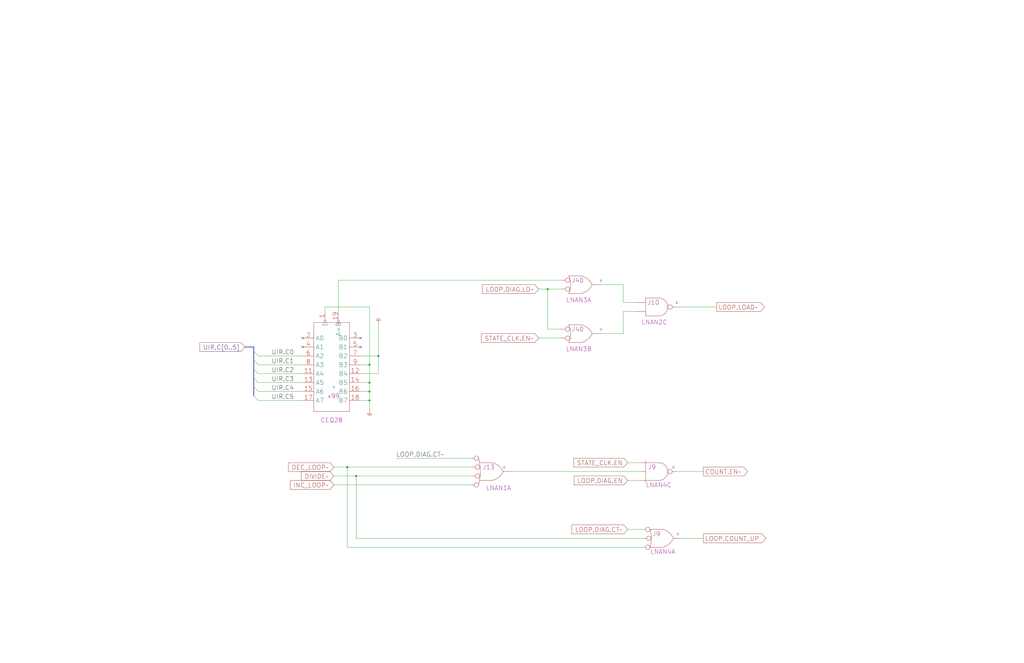
<source format=kicad_sch>
(kicad_sch (version 20220404) (generator eeschema)
  (paper "User" 584.2 378.46)
  (title_block (title "ZERO DETECT & LOOP COUNTER\\nCONTROL") (date "22-MAR-90") (rev "1.0") (comment 1 "VALUE") (comment 2 "232-003063") (comment 3 "S400") (comment 4 "RELEASED"))
  (lib_symbols
    (symbol "r1000:F00" (pin_numbers hide) (pin_names hide)
      (property "Reference" "U" (at 15.24 0 0))
      (property "Value" "F00" (at 1.905 -5.08 0))
      (property "Location" "___" (at 1.905 0 0))
      (property "Name" "______" (at 2.54 -12.7 0))
      (symbol "F00_0_1"
        (polyline (pts (xy -2.54 -7.62) (xy 5.08 -7.62)) (stroke (width 0.1524)))
        (polyline (pts (xy -2.54 2.54) (xy -2.54 -7.62)) (stroke (width 0.1524)))
        (polyline (pts (xy -2.54 2.54) (xy 5.08 2.54)) (stroke (width 0.1524)))
        (arc (start 5.08 -7.62) (mid 10.1282 -2.54) (end 5.08 2.54) (stroke (width 0.1524)))
        (circle (center 11.43 -2.54) (radius 1.27) (stroke (width 0.1524)))
      )
      (symbol "F00_0_2"
        (circle (center -3.81 -5.08) (radius 1.27) (stroke (width 0.1524)))
        (circle (center -3.81 0) (radius 1.27) (stroke (width 0.1524)))
        (arc (start -3.175 -7.62) (mid -2.134 -2.54) (end -3.175 2.54) (stroke (width 0.1524)))
        (polyline (pts (xy -3.175 -7.62) (xy 3.81 -7.62)) (stroke (width 0.1524)))
        (polyline (pts (xy -3.175 2.54) (xy 3.81 2.54)) (stroke (width 0.1524)))
        (arc (start 3.81 -7.62) (mid 7.5855 -5.8306) (end 10.16 -2.54) (stroke (width 0.1524)))
        (arc (start 10.16 -2.54) (mid 7.5827 0.7471) (end 3.81 2.54) (stroke (width 0.1524)))
      )
      (symbol "F00_1_1"
        (pin input line (at -7.62 0 0) (length 5.08) (name "D0") (number "1"))
        (pin input line (at -7.62 -5.08 0) (length 5.08) (name "D1") (number "2"))
        (pin output line (at 15.24 -2.54 180) (length 2.54) (name "Q") (number "3"))
      )
      (symbol "F00_1_2"
        (pin input line (at -7.62 0 0) (length 2.54) (name "D0") (number "1"))
        (pin input line (at -7.62 -5.08 0) (length 2.54) (name "D1") (number "2"))
        (pin output line (at 15.24 -2.54 180) (length 5.08) (name "Q") (number "3"))
      )
    )
    (symbol "r1000:F10" (pin_numbers hide) (pin_names hide)
      (property "Reference" "U" (at 13.335 0 0))
      (property "Value" "F10" (at 5.715 -5.08 0))
      (property "Location" "___" (at -1.27 0 0))
      (property "Name" "______" (at -2.54 -10.16 0))
      (symbol "F10_0_1"
        (polyline (pts (xy -2.54 -7.62) (xy 5.08 -7.62)) (stroke (width 0.1524)))
        (polyline (pts (xy -2.54 2.54) (xy 5.08 2.54)) (stroke (width 0.1524)))
        (polyline (pts (xy -2.54 3.81) (xy -2.54 -8.89)) (stroke (width 0.1524)))
        (arc (start 5.08 -7.62) (mid 10.1282 -2.54) (end 5.08 2.54) (stroke (width 0.1524)))
        (circle (center 11.43 -2.54) (radius 1.27) (stroke (width 0.1524)))
      )
      (symbol "F10_0_2"
        (circle (center -3.81 -7.62) (radius 1.27) (stroke (width 0.1524)))
        (circle (center -3.81 2.54) (radius 1.27) (stroke (width 0.1524)))
        (circle (center -3.175 -2.54) (radius 1.27) (stroke (width 0.1524)))
        (arc (start -2.54 -7.62) (mid -1.8195 -2.54) (end -2.54 2.54) (stroke (width 0.1524)))
        (polyline (pts (xy -4.445 -2.54) (xy -5.08 -2.54)) (stroke (width 0.1524)))
        (polyline (pts (xy -2.54 -7.62) (xy 5.08 -7.62)) (stroke (width 0.1524)))
        (polyline (pts (xy -2.54 2.54) (xy 5.08 2.54)) (stroke (width 0.1524)))
        (polyline (pts (xy 10.795 -2.54) (xy 12.7 -2.54)) (stroke (width 0.1524)))
        (arc (start 5.08 -7.62) (mid 8.4845 -5.6954) (end 10.795 -2.54) (stroke (width 0.1524)))
        (arc (start 10.795 -2.54) (mid 8.4807 0.6111) (end 5.08 2.54) (stroke (width 0.1524)))
      )
      (symbol "F10_1_1"
        (pin input line (at -5.08 2.54 0) (length 2.54) (name "D0") (number "1"))
        (pin input line (at -5.08 -2.54 0) (length 2.54) (name "D1") (number "2"))
        (pin input line (at -5.08 -7.62 0) (length 2.54) (name "D2") (number "3"))
        (pin output line (at 15.24 -2.54 180) (length 2.54) (name "Q") (number "4"))
      )
      (symbol "F10_1_2"
        (pin input line (at -5.08 2.54 0) (length 0) (name "D0") (number "1"))
        (pin input line (at -5.08 -2.54 0) (length 0) (name "D1") (number "2"))
        (pin input line (at -5.08 -7.62 0) (length 0) (name "D2") (number "3"))
        (pin output line (at 15.24 -2.54 180) (length 2.54) (name "Q") (number "4"))
      )
    )
    (symbol "r1000:F20" (pin_numbers hide) (pin_names hide)
      (property "Reference" "U" (at 8.255 2.54 0))
      (property "Value" "F20" (at -0.635 -2.54 0))
      (property "Location" "___" (at -0.635 2.54 0))
      (property "Name" "______" (at 5.08 -10.795 0))
      (symbol "F20_0_1"
        (polyline (pts (xy -5.08 -5.08) (xy -5.08 -7.62)) (stroke (width 0.1524)))
        (polyline (pts (xy -5.08 5.08) (xy -5.08 -5.08)) (stroke (width 0.1524)))
        (polyline (pts (xy -5.08 7.62) (xy -5.08 5.08)) (stroke (width 0.1524)))
        (polyline (pts (xy 2.54 -5.08) (xy -5.08 -5.08)) (stroke (width 0.1524)))
        (polyline (pts (xy 2.54 5.08) (xy -5.08 5.08)) (stroke (width 0.1524)))
        (arc (start 2.54 -5.08) (mid 7.5882 0) (end 2.54 5.08) (stroke (width 0.1524)))
        (circle (center 8.89 0) (radius 1.27) (stroke (width 0.1524)))
      )
      (symbol "F20_0_2"
        (circle (center -7.62 -7.62) (radius 1.27) (stroke (width 0.1524)))
        (circle (center -7.62 7.62) (radius 1.27) (stroke (width 0.1524)))
        (circle (center -6.985 -2.54) (radius 1.27) (stroke (width 0.1524)))
        (circle (center -6.985 2.54) (radius 1.27) (stroke (width 0.1524)))
        (arc (start -6.35 -7.62) (mid -5.3975 0) (end -6.35 7.62) (stroke (width 0.1524)))
        (polyline (pts (xy -5.715 -5.08) (xy 1.27 -5.08)) (stroke (width 0.1524)))
        (polyline (pts (xy -5.715 5.08) (xy 1.27 5.08)) (stroke (width 0.1524)))
        (arc (start 1.27 -5.08) (mid 5.0518 -3.2985) (end 7.62 0) (stroke (width 0.1524)))
        (arc (start 7.62 0) (mid 5.0518 3.2985) (end 1.27 5.08) (stroke (width 0.1524)))
      )
      (symbol "F20_1_1"
        (pin input line (at -10.16 7.62 0) (length 5.08) (name "D0") (number "1"))
        (pin input line (at -10.16 2.54 0) (length 5.08) (name "D1") (number "2"))
        (pin input line (at -10.16 -2.54 0) (length 5.08) (name "D2") (number "4"))
        (pin input line (at -10.16 -7.62 0) (length 5.08) (name "D3") (number "5"))
        (pin output line (at 12.7 0 180) (length 2.54) (name "Q") (number "6"))
      )
      (symbol "F20_1_2"
        (pin input line (at -10.16 7.62 0) (length 1.27) (name "D0") (number "1"))
        (pin input line (at -10.16 2.54 0) (length 1.905) (name "D1") (number "2"))
        (pin input line (at -10.16 -2.54 0) (length 1.905) (name "D2") (number "4"))
        (pin input line (at -10.16 -7.62 0) (length 1.27) (name "D3") (number "5"))
        (pin output line (at 12.7 0 180) (length 5.08) (name "Q") (number "6"))
      )
    )
    (symbol "r1000:F521" (pin_names (offset 1.016))
      (property "Reference" "U" (at 2.54 5.08 0))
      (property "Value" "F521" (at -3.81 -7.62 0))
      (property "Location" "___" (at -1.27 0 0))
      (property "Name" "______" (at 1.27 -15.24 0))
      (symbol "F521_1_1"
        (rectangle (start -8.89 41.91) (end 11.43 -8.89))
        (circle (center -2.54 42.545) (radius 0.635))
        (circle (center 5.08 42.545) (radius 0.635))
        (pin input line (at -2.54 48.26 270) (length 5.08) (name "E") (number "1"))
        (pin input line (at -15.24 12.7 0) (length 6.35) (name "A4") (number "11"))
        (pin input line (at 17.78 12.7 180) (length 6.35) (name "B4") (number "12"))
        (pin input line (at -15.24 7.62 0) (length 6.35) (name "A5") (number "13"))
        (pin input line (at 17.78 7.62 180) (length 6.35) (name "B5") (number "14"))
        (pin input line (at -15.24 2.54 0) (length 6.35) (name "A6") (number "15"))
        (pin input line (at 17.78 2.54 180) (length 6.35) (name "B6") (number "16"))
        (pin input line (at -15.24 -2.54 0) (length 6.35) (name "A7") (number "17"))
        (pin input line (at 17.78 -2.54 180) (length 6.35) (name "B7") (number "18"))
        (pin output line (at 5.08 48.26 270) (length 5.08) (name "A=B") (number "19"))
        (pin input line (at -15.24 33.02 0) (length 6.35) (name "A0") (number "2"))
        (pin input line (at 17.78 33.02 180) (length 6.35) (name "B0") (number "3"))
        (pin input line (at -15.24 27.94 0) (length 6.35) (name "A1") (number "4"))
        (pin input line (at 17.78 27.94 180) (length 6.35) (name "B1") (number "5"))
        (pin input line (at -15.24 22.86 0) (length 6.35) (name "A2") (number "6"))
        (pin input line (at 17.78 22.86 180) (length 6.35) (name "B2") (number "7"))
        (pin input line (at -15.24 17.78 0) (length 6.35) (name "A3") (number "8"))
        (pin input line (at 17.78 17.78 180) (length 6.35) (name "B3") (number "9"))
      )
    )
    (symbol "r1000:PD" (power) (pin_numbers hide) (pin_names hide) (in_bom no)
      (symbol "PD_0_1"
        (polyline (pts (xy 0 -2.54) (xy 1.27 -2.54) (xy 0 -3.81) (xy -1.27 -2.54) (xy 0 -2.54)) (stroke (width 0.1524)))
      )
      (symbol "PD_1_1"
        (pin power_in line (at 0 0 270) (length 2.54) (name "PD") (number "1"))
      )
    )
    (symbol "r1000:PU" (power) (pin_numbers hide) (pin_names hide)
      (symbol "PU_0_1"
        (polyline (pts (xy 0 2.54) (xy -1.27 2.54) (xy 0 3.81) (xy 1.27 2.54) (xy 0 2.54)) (stroke (width 0.1524)))
      )
      (symbol "PU_1_1"
        (pin power_in line (at 0 0 90) (length 2.54) (name "PU") (number "1"))
      )
    )
  )
  (junction (at 210.82 218.44))
  (junction (at 198.12 266.7))
  (junction (at 210.82 208.28))
  (junction (at 210.82 223.52))
  (junction (at 203.2 271.78))
  (junction (at 215.9 203.2))
  (junction (at 210.82 228.6))
  (junction (at 312.42 165.1))
  (no_connect (at 205.74 193.04))
  (no_connect (at 172.72 193.04))
  (no_connect (at 172.72 198.12))
  (no_connect (at 205.74 198.12))
  (bus_entry (at 144.78 226.06) (size 2.54 2.54))
  (bus_entry (at 144.78 220.98) (size 2.54 2.54))
  (bus_entry (at 144.78 205.74) (size 2.54 2.54))
  (bus_entry (at 144.78 210.82) (size 2.54 2.54))
  (bus_entry (at 144.78 200.66) (size 2.54 2.54))
  (bus_entry (at 144.78 215.9) (size 2.54 2.54))
  (wire (pts (xy 205.74 213.36) (xy 215.9 213.36)))
  (bus (pts (xy 144.78 205.74) (xy 144.78 210.82)))
  (wire (pts (xy 147.32 208.28) (xy 172.72 208.28)))
  (wire (pts (xy 185.42 175.26) (xy 210.82 175.26)))
  (wire (pts (xy 147.32 213.36) (xy 172.72 213.36)))
  (wire (pts (xy 320.04 187.96) (xy 312.42 187.96)))
  (wire (pts (xy 147.32 218.44) (xy 172.72 218.44)))
  (wire (pts (xy 210.82 223.52) (xy 210.82 228.6)))
  (bus (pts (xy 144.78 220.98) (xy 144.78 226.06)))
  (wire (pts (xy 358.14 302.26) (xy 368.3 302.26)))
  (wire (pts (xy 292.1 269.24) (xy 365.76 269.24)))
  (bus (pts (xy 144.78 200.66) (xy 144.78 205.74)))
  (wire (pts (xy 205.74 223.52) (xy 210.82 223.52)))
  (wire (pts (xy 355.6 177.8) (xy 355.6 190.5)))
  (wire (pts (xy 215.9 203.2) (xy 215.9 185.42)))
  (bus (pts (xy 144.78 215.9) (xy 144.78 220.98)))
  (wire (pts (xy 203.2 307.34) (xy 203.2 271.78)))
  (wire (pts (xy 190.5 266.7) (xy 198.12 266.7)))
  (wire (pts (xy 355.6 172.72) (xy 363.22 172.72)))
  (wire (pts (xy 203.2 271.78) (xy 269.24 271.78)))
  (bus (pts (xy 144.78 198.12) (xy 144.78 200.66)))
  (wire (pts (xy 355.6 162.56) (xy 355.6 172.72)))
  (wire (pts (xy 312.42 187.96) (xy 312.42 165.1)))
  (wire (pts (xy 205.74 203.2) (xy 215.9 203.2)))
  (wire (pts (xy 358.14 264.16) (xy 365.76 264.16)))
  (wire (pts (xy 205.74 218.44) (xy 210.82 218.44)))
  (wire (pts (xy 198.12 266.7) (xy 269.24 266.7)))
  (wire (pts (xy 205.74 208.28) (xy 210.82 208.28)))
  (bus (pts (xy 139.7 198.12) (xy 144.78 198.12)))
  (wire (pts (xy 210.82 228.6) (xy 210.82 233.68)))
  (wire (pts (xy 147.32 203.2) (xy 172.72 203.2)))
  (wire (pts (xy 358.14 274.32) (xy 365.76 274.32)))
  (wire (pts (xy 363.22 177.8) (xy 355.6 177.8)))
  (wire (pts (xy 190.5 276.86) (xy 269.24 276.86)))
  (wire (pts (xy 368.3 312.42) (xy 198.12 312.42)))
  (wire (pts (xy 193.04 160.02) (xy 320.04 160.02)))
  (wire (pts (xy 205.74 228.6) (xy 210.82 228.6)))
  (wire (pts (xy 215.9 213.36) (xy 215.9 203.2)))
  (wire (pts (xy 388.62 307.34) (xy 401.32 307.34)))
  (wire (pts (xy 307.34 193.04) (xy 320.04 193.04)))
  (wire (pts (xy 342.9 162.56) (xy 355.6 162.56)))
  (wire (pts (xy 185.42 177.8) (xy 185.42 175.26)))
  (wire (pts (xy 368.3 307.34) (xy 203.2 307.34)))
  (wire (pts (xy 307.34 165.1) (xy 312.42 165.1)))
  (wire (pts (xy 198.12 312.42) (xy 198.12 266.7)))
  (wire (pts (xy 386.08 175.26) (xy 408.94 175.26)))
  (bus (pts (xy 144.78 210.82) (xy 144.78 215.9)))
  (wire (pts (xy 190.5 271.78) (xy 203.2 271.78)))
  (wire (pts (xy 226.06 261.62) (xy 269.24 261.62)))
  (wire (pts (xy 210.82 218.44) (xy 210.82 223.52)))
  (wire (pts (xy 147.32 228.6) (xy 172.72 228.6)))
  (wire (pts (xy 386.08 269.24) (xy 401.32 269.24)))
  (wire (pts (xy 210.82 175.26) (xy 210.82 208.28)))
  (wire (pts (xy 147.32 223.52) (xy 172.72 223.52)))
  (wire (pts (xy 193.04 177.8) (xy 193.04 160.02)))
  (wire (pts (xy 312.42 165.1) (xy 320.04 165.1)))
  (wire (pts (xy 210.82 208.28) (xy 210.82 218.44)))
  (wire (pts (xy 355.6 190.5) (xy 342.9 190.5)))
  (label "UIR.C4" (at 154.94 223.52 0) (effects (font (size 2.54 2.54))))
  (label "LOOP.DIAG.CT~" (at 226.06 261.62 0) (effects (font (size 2.54 2.54))))
  (label "UIR.C0" (at 154.94 203.2 0) (effects (font (size 2.54 2.54))))
  (label "UIR.C1" (at 154.94 208.28 0) (effects (font (size 2.54 2.54))))
  (label "UIR.C2" (at 154.94 213.36 0) (effects (font (size 2.54 2.54))))
  (label "UIR.C3" (at 154.94 218.44 0) (effects (font (size 2.54 2.54))))
  (label "UIR.C5" (at 154.94 228.6 0) (effects (font (size 2.54 2.54))))
  (global_label "LOOP.LOAD~" (shape output) (at 408.94 175.26 0) (effects (font (size 2.54 2.54))) (property "Intersheet References" "${INTERSHEET_REFS}" (at 436.1422 175.1013 0) (effects (font (size 1.905 1.905)) (justify left))))
  (global_label "COUNT.EN~" (shape output) (at 401.32 269.24 0) (effects (font (size 2.54 2.54))) (property "Intersheet References" "${INTERSHEET_REFS}" (at 426.587 269.0813 0) (effects (font (size 1.905 1.905)) (justify left))))
  (global_label "LOOP.DIAG.CT~" (shape input) (at 358.14 302.26 180) (effects (font (size 2.54 2.54))) (property "Intersheet References" "${INTERSHEET_REFS}" (at 326.2207 302.1013 0) (effects (font (size 1.905 1.905)) (justify right))))
  (global_label "DEC_LOOP~" (shape input) (at 190.5 266.7 180) (effects (font (size 2.54 2.54))) (property "Intersheet References" "${INTERSHEET_REFS}" (at 164.6283 266.5413 0) (effects (font (size 1.905 1.905)) (justify right))))
  (global_label "INC_LOOP~" (shape input) (at 190.5 276.86 180) (effects (font (size 2.54 2.54))) (property "Intersheet References" "${INTERSHEET_REFS}" (at 165.5959 276.7013 0) (effects (font (size 1.905 1.905)) (justify right))))
  (global_label "STATE_CLK.EN~" (shape input) (at 307.34 193.04 180) (effects (font (size 2.54 2.54))) (property "Intersheet References" "${INTERSHEET_REFS}" (at 274.695 192.8813 0) (effects (font (size 1.905 1.905)) (justify right))))
  (global_label "LOOP.COUNT_UP" (shape output) (at 401.32 307.34 0) (effects (font (size 2.54 2.54))) (property "Intersheet References" "${INTERSHEET_REFS}" (at 436.8679 307.1813 0) (effects (font (size 1.905 1.905)) (justify left))))
  (global_label "STATE_CLK.EN" (shape input) (at 358.14 264.16 180) (effects (font (size 2.54 2.54))) (property "Intersheet References" "${INTERSHEET_REFS}" (at 327.3092 264.0013 0) (effects (font (size 1.905 1.905)) (justify right))))
  (global_label "UIR.C[0..5]" (shape input) (at 139.7 198.12 180) (effects (font (size 2.54 2.54))) (property "Intersheet References" "${INTERSHEET_REFS}" (at 114.0702 197.9613 0) (effects (font (size 1.905 1.905)) (justify right))))
  (global_label "LOOP.DIAG.LD~" (shape input) (at 307.34 165.1 180) (effects (font (size 2.54 2.54))) (property "Intersheet References" "${INTERSHEET_REFS}" (at 275.2997 164.9413 0) (effects (font (size 1.905 1.905)) (justify right))))
  (global_label "LOOP.DIAG.EN" (shape input) (at 358.14 274.32 180) (effects (font (size 2.54 2.54))) (property "Intersheet References" "${INTERSHEET_REFS}" (at 327.5511 274.1613 0) (effects (font (size 1.905 1.905)) (justify right))))
  (global_label "DIVIDE~" (shape input) (at 190.5 271.78 180) (effects (font (size 2.54 2.54))) (property "Intersheet References" "${INTERSHEET_REFS}" (at 171.8854 271.6213 0) (effects (font (size 1.905 1.905)) (justify right))))
  (symbol (lib_id "r1000:F10") (at 370.84 266.7 0) (unit 1)
    (default_instance (reference "U") (unit 1) (value "") (footprint ""))
    (property "Reference" "U" (at 384.175 266.7 0))
    (property "Location" "J9" (at 369.57 266.7 0) (effects (font (size 2.54 2.54)) (justify left)))
    (property "Name" "LNAN4C" (at 368.3 276.86 0) (effects (font (size 2.54 2.54)) (justify left)))
  )
  (symbol (lib_id "r1000:PU") (at 215.9 185.42 0) (unit 1)
    (default_instance (reference "U") (unit 1) (value "") (footprint ""))
    (property "Reference" "U" (effects hide))
  )
  (symbol (lib_id "r1000:F521") (at 187.96 226.06 0) (unit 1)
    (default_instance (reference "U") (unit 1) (value "") (footprint ""))
    (property "Reference" "U" (at 190.5 220.98 0))
    (property "Location" "x99" (at 186.69 226.06 0) (effects (font (size 2.54 2.54)) (justify left)))
    (property "Name" "CEQ28" (at 189.23 241.3 0) (effects (font (size 2.54 2.54)) (justify bottom)))
  )
  (symbol (lib_id "r1000:F00") (at 327.66 160.02 0) (unit 1) (convert 2)
    (default_instance (reference "U") (unit 1) (value "") (footprint ""))
    (property "Reference" "U" (at 342.9 160.02 0))
    (property "Location" "J40" (at 329.565 160.02 0) (effects (font (size 2.54 2.54))))
    (property "Name" "LNAN3A" (at 330.2 172.72 0) (effects (font (size 2.54 2.54)) (justify bottom)))
  )
  (symbol (lib_id "r1000:F00") (at 327.66 187.96 0) (unit 1) (convert 2)
    (default_instance (reference "U") (unit 1) (value "") (footprint ""))
    (property "Reference" "U" (at 342.9 187.96 0))
    (property "Location" "J40" (at 329.565 187.96 0) (effects (font (size 2.54 2.54))))
    (property "Name" "LNAN3B" (at 330.2 200.66 0) (effects (font (size 2.54 2.54)) (justify bottom)))
  )
  (symbol (lib_id "r1000:F10") (at 373.38 304.8 0) (unit 1) (convert 2)
    (default_instance (reference "U") (unit 1) (value "") (footprint ""))
    (property "Reference" "U" (at 386.715 304.8 0))
    (property "Location" "J9" (at 372.11 304.8 0) (effects (font (size 2.54 2.54)) (justify left)))
    (property "Name" "LNAN4A" (at 370.84 314.96 0) (effects (font (size 2.54 2.54)) (justify left)))
  )
  (symbol (lib_id "r1000:PD") (at 210.82 233.68 0) (unit 1) (in_bom no)
    (default_instance (reference "U") (unit 1) (value "") (footprint ""))
    (property "Reference" "U" (effects hide))
  )
  (symbol (lib_id "r1000:F20") (at 279.4 269.24 0) (unit 1) (convert 2)
    (default_instance (reference "U") (unit 1) (value "") (footprint ""))
    (property "Reference" "U" (at 287.655 266.7 0))
    (property "Location" "J13" (at 278.765 266.7 0) (effects (font (size 2.54 2.54))))
    (property "Name" "LNAN1A" (at 284.48 280.035 0) (effects (font (size 2.54 2.54)) (justify bottom)))
  )
  (symbol (lib_id "r1000:F00") (at 370.84 172.72 0) (unit 1)
    (default_instance (reference "U") (unit 1) (value "") (footprint ""))
    (property "Reference" "U" (at 386.08 172.72 0))
    (property "Location" "J10" (at 372.745 172.72 0) (effects (font (size 2.54 2.54))))
    (property "Name" "LNAN2C" (at 373.38 185.42 0) (effects (font (size 2.54 2.54)) (justify bottom)))
  )
)
</source>
